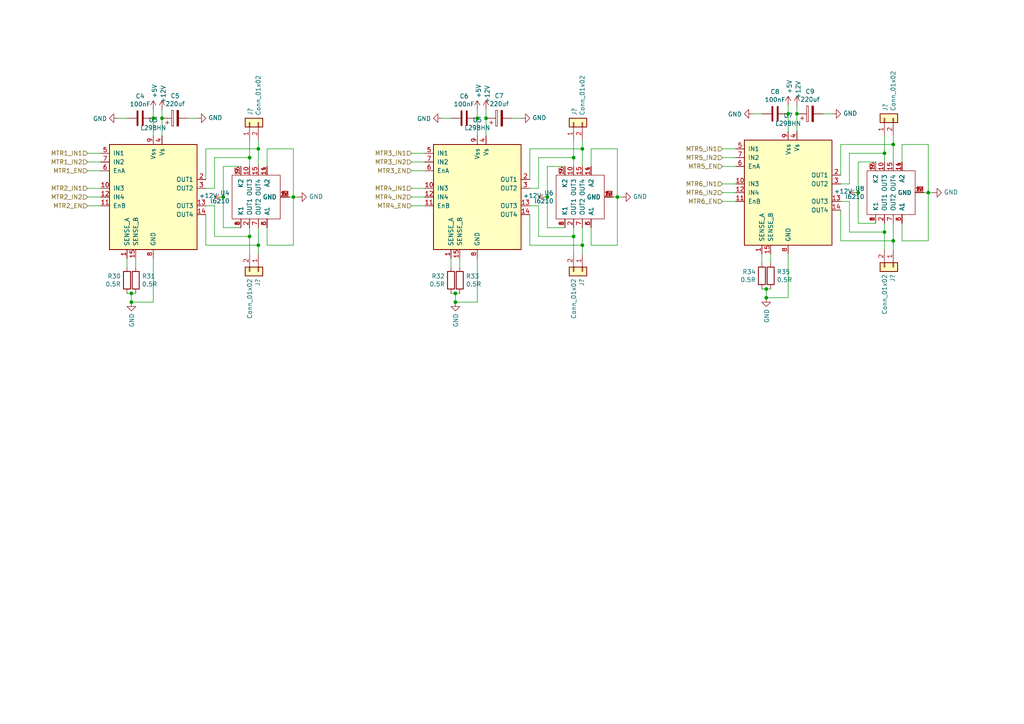
<source format=kicad_sch>
(kicad_sch (version 20230121) (generator eeschema)
  (paper "A4")
  (lib_symbols
    (symbol "power_board-rescue:+12V-power" (power) (pin_names (offset 0))
      (property "Value" "+12V-power" (at 0 3.556 0))
      (symbol "+12V-power_0_1"
        (polyline (pts (xy -0.762 1.27) (xy 0 2.54)))
        (polyline (pts (xy 0 0) (xy 0 2.54)))
        (polyline (pts (xy 0 2.54) (xy 0.762 1.27)))
      )
      (symbol "+12V-power_1_1"
        (pin power_in line (at 0 0 90) (length 0) hide (name "+12V") (number "1"))
      )
    )
    (symbol "power_board-rescue:+5V-power" (power) (pin_names (offset 0))
      (property "Value" "+5V-power" (at 0 3.556 0))
      (symbol "+5V-power_0_1"
        (polyline (pts (xy -0.762 1.27) (xy 0 2.54)))
        (polyline (pts (xy 0 0) (xy 0 2.54)))
        (polyline (pts (xy 0 2.54) (xy 0.762 1.27)))
      )
      (symbol "+5V-power_1_1"
        (pin power_in line (at 0 0 90) (length 0) hide (name "+5V") (number "1"))
      )
    )
    (symbol "power_board-rescue:C-Device" (pin_numbers hide) (pin_names (offset 0.254))
      (property "Reference" "C" (at 0.635 2.54 0))
      (property "Value" "Device_C" (at 0.635 -2.54 0))
      (symbol "C-Device_0_1"
        (polyline (pts (xy -2.032 -0.762) (xy 2.032 -0.762)) (stroke (width 0.508)))
        (polyline (pts (xy -2.032 0.762) (xy 2.032 0.762)) (stroke (width 0.508)))
      )
      (symbol "C-Device_1_1"
        (pin passive line (at 0 3.81 270) (length 2.794) (name "~") (number "1"))
        (pin passive line (at 0 -3.81 90) (length 2.794) (name "~") (number "2"))
      )
    )
    (symbol "power_board-rescue:C_Polarized-Device" (pin_numbers hide) (pin_names (offset 0.254))
      (property "Reference" "C" (at 0.635 2.54 0))
      (property "Value" "Device_C_Polarized" (at 0.635 -2.54 0))
      (symbol "C_Polarized-Device_0_1"
        (rectangle (start -2.286 0.508) (end 2.286 1.016))
        (polyline (pts (xy -1.778 2.286) (xy -0.762 2.286)))
        (polyline (pts (xy -1.27 2.794) (xy -1.27 1.778)))
        (rectangle (start 2.286 -0.508) (end -2.286 -1.016) (fill (type outline)))
      )
      (symbol "C_Polarized-Device_1_1"
        (pin passive line (at 0 3.81 270) (length 2.794) (name "~") (number "1"))
        (pin passive line (at 0 -3.81 90) (length 2.794) (name "~") (number "2"))
      )
    )
    (symbol "power_board-rescue:Conn_01x02-Connector_Generic" (pin_names (offset 1.016) hide)
      (property "Reference" "J" (at 0 2.54 0))
      (property "Value" "Connector_Generic_Conn_01x02" (at 0 -5.08 0))
      (symbol "Conn_01x02-Connector_Generic_1_1"
        (rectangle (start -1.27 -2.413) (end 0 -2.667) (stroke (width 0.1524)))
        (rectangle (start -1.27 0.127) (end 0 -0.127) (stroke (width 0.1524)))
        (rectangle (start -1.27 1.27) (end 1.27 -3.81) (stroke (width 0.254)) (fill (type background)))
        (pin passive line (at -5.08 0 0) (length 3.81) (name "Pin_1") (number "1"))
        (pin passive line (at -5.08 -2.54 0) (length 3.81) (name "Pin_2") (number "2"))
      )
    )
    (symbol "power_board-rescue:GND-power" (power) (pin_names (offset 0))
      (property "Value" "GND-power" (at 0 -3.81 0))
      (symbol "GND-power_0_1"
        (polyline (pts (xy 0 0) (xy 0 -1.27) (xy 1.27 -1.27) (xy 0 -2.54) (xy -1.27 -1.27) (xy 0 -1.27)))
      )
      (symbol "GND-power_1_1"
        (pin power_in line (at 0 0 270) (length 0) hide (name "GND") (number "1"))
      )
    )
    (symbol "power_board-rescue:L298HN-Driver_Motor" (pin_names (offset 1.016))
      (property "Reference" "U" (at -10.16 16.51 0))
      (property "Value" "Driver_Motor_L298HN" (at 12.7 16.51 0))
      (symbol "L298HN-Driver_Motor_0_1"
        (rectangle (start -12.7 15.24) (end 12.7 -15.24) (stroke (width 0.254)) (fill (type background)))
      )
      (symbol "L298HN-Driver_Motor_1_1"
        (pin power_in line (at -7.62 -17.78 90) (length 2.54) (name "SENSE_A") (number "1"))
        (pin input line (at -15.24 2.54 0) (length 2.54) (name "IN3") (number "10"))
        (pin input line (at -15.24 -2.54 0) (length 2.54) (name "EnB") (number "11"))
        (pin input line (at -15.24 0 0) (length 2.54) (name "IN4") (number "12"))
        (pin output line (at 15.24 -2.54 180) (length 2.54) (name "OUT3") (number "13"))
        (pin output line (at 15.24 -5.08 180) (length 2.54) (name "OUT4") (number "14"))
        (pin power_in line (at -5.08 -17.78 90) (length 2.54) (name "SENSE_B") (number "15"))
        (pin output line (at 15.24 5.08 180) (length 2.54) (name "OUT1") (number "2"))
        (pin output line (at 15.24 2.54 180) (length 2.54) (name "OUT2") (number "3"))
        (pin power_in line (at 2.54 17.78 270) (length 2.54) (name "Vs") (number "4"))
        (pin input line (at -15.24 12.7 0) (length 2.54) (name "IN1") (number "5"))
        (pin input line (at -15.24 7.62 0) (length 2.54) (name "EnA") (number "6"))
        (pin input line (at -15.24 10.16 0) (length 2.54) (name "IN2") (number "7"))
        (pin power_in line (at 0 -17.78 90) (length 2.54) (name "GND") (number "8"))
        (pin power_in line (at 0 17.78 270) (length 2.54) (name "Vss") (number "9"))
      )
    )
    (symbol "power_board-rescue:R-Device" (pin_numbers hide) (pin_names (offset 0))
      (property "Reference" "R" (at 2.032 0 90))
      (property "Value" "Device_R" (at 0 0 90))
      (symbol "R-Device_0_1"
        (rectangle (start -1.016 -2.54) (end 1.016 2.54) (stroke (width 0.254)))
      )
      (symbol "R-Device_1_1"
        (pin passive line (at 0 3.81 270) (length 1.27) (name "~") (number "1"))
        (pin passive line (at 0 -3.81 90) (length 1.27) (name "~") (number "2"))
      )
    )
    (symbol "power_board-rescue:l6210-Diode_Bridge" (pin_names (offset 1.016))
      (property "Reference" "U" (at 0 7.62 0))
      (property "Value" "Diode_Bridge_l6210" (at 0 10.16 0))
      (symbol "l6210-Diode_Bridge_0_1"
        (rectangle (start -6.35 6.35) (end 6.35 -7.62))
      )
      (symbol "l6210-Diode_Bridge_1_1"
        (pin input line (at -8.89 3.81 0) (length 2.54) (name "K1") (number "1"))
        (pin input line (at 8.89 1.27 180) (length 2.54) (name "OUT3") (number "10"))
        (pin input line (at 8.89 -3.81 180) (length 2.54) (name "A2") (number "11"))
        (pin input line (at 0 -10.16 90) (length 2.54) (name "GND") (number "12"))
        (pin input line (at 0 -10.16 90) (length 2.54) (name "GND") (number "13"))
        (pin input line (at 8.89 -3.81 180) (length 2.54) (name "A2") (number "14"))
        (pin input line (at 8.89 -1.27 180) (length 2.54) (name "OUT4") (number "15"))
        (pin input line (at 8.89 3.81 180) (length 2.54) (name "K2") (number "16"))
        (pin input line (at -8.89 1.27 0) (length 2.54) (name "OUT1") (number "2"))
        (pin input line (at -8.89 -3.81 0) (length 2.54) (name "A1") (number "3"))
        (pin input line (at 0 -10.16 90) (length 2.54) (name "GND") (number "4"))
        (pin input line (at 0 -10.16 90) (length 2.54) (name "GND") (number "5"))
        (pin input line (at -8.89 -3.81 0) (length 2.54) (name "A1") (number "6"))
        (pin input line (at -8.89 -1.27 0) (length 2.54) (name "OUT2") (number "7"))
        (pin input line (at -8.89 3.81 0) (length 2.54) (name "K1") (number "8"))
        (pin input line (at 8.89 3.81 180) (length 2.54) (name "K2") (number "9"))
      )
    )
  )
  (junction (at 74.93 43.18))
  (junction (at 248.92 55.88))
  (junction (at 132.08 85.09))
  (junction (at 85.09 57.15))
  (junction (at 38.1 87.63))
  (junction (at 179.07 57.15))
  (junction (at 64.77 57.15))
  (junction (at 46.99 34.29))
  (junction (at 222.25 83.82))
  (junction (at 256.54 67.31))
  (junction (at 158.75 57.15))
  (junction (at 269.24 55.88))
  (junction (at 74.93 71.12))
  (junction (at 140.97 34.29))
  (junction (at 72.39 68.58))
  (junction (at 256.54 44.45))
  (junction (at 44.45 34.29))
  (junction (at 228.6 33.02))
  (junction (at 138.43 34.29))
  (junction (at 222.25 86.36))
  (junction (at 259.08 69.85))
  (junction (at 72.39 45.72))
  (junction (at 168.91 43.18))
  (junction (at 166.37 45.72))
  (junction (at 168.91 71.12))
  (junction (at 259.08 41.91))
  (junction (at 166.37 68.58))
  (junction (at 38.1 85.09))
  (junction (at 132.08 87.63))
  (junction (at 231.14 33.02))
  (wire (pts (xy 138.43 34.29) (xy 138.43 31.75)))
  (wire (pts (xy 243.84 53.34) (xy 246.38 53.34)))
  (wire (pts (xy 168.91 71.12) (xy 168.91 66.04)))
  (wire (pts (xy 74.93 71.12) (xy 74.93 73.66)))
  (wire (pts (xy 123.19 46.99) (xy 119.38 46.99)))
  (wire (pts (xy 25.4 59.69) (xy 29.21 59.69)))
  (wire (pts (xy 261.62 64.77) (xy 261.62 69.85)))
  (wire (pts (xy 59.69 71.12) (xy 74.93 71.12)))
  (wire (pts (xy 44.45 87.63) (xy 44.45 74.93)))
  (wire (pts (xy 156.21 54.61) (xy 156.21 45.72)))
  (wire (pts (xy 166.37 45.72) (xy 166.37 40.64)))
  (wire (pts (xy 153.67 59.69) (xy 156.21 59.69)))
  (wire (pts (xy 243.84 69.85) (xy 243.84 60.96)))
  (wire (pts (xy 77.47 66.04) (xy 77.47 71.12)))
  (wire (pts (xy 171.45 48.26) (xy 171.45 43.18)))
  (wire (pts (xy 74.93 43.18) (xy 74.93 40.64)))
  (wire (pts (xy 158.75 48.26) (xy 163.83 48.26)))
  (wire (pts (xy 44.45 39.37) (xy 44.45 34.29)))
  (wire (pts (xy 246.38 44.45) (xy 256.54 44.45)))
  (wire (pts (xy 72.39 45.72) (xy 72.39 48.26)))
  (wire (pts (xy 85.09 43.18) (xy 85.09 57.15)))
  (wire (pts (xy 213.36 55.88) (xy 209.55 55.88)))
  (wire (pts (xy 213.36 53.34) (xy 209.55 53.34)))
  (wire (pts (xy 246.38 58.42) (xy 246.38 67.31)))
  (wire (pts (xy 156.21 59.69) (xy 156.21 68.58)))
  (wire (pts (xy 77.47 48.26) (xy 77.47 43.18)))
  (wire (pts (xy 74.93 43.18) (xy 74.93 48.26)))
  (wire (pts (xy 223.52 73.66) (xy 223.52 76.2)))
  (wire (pts (xy 69.85 66.04) (xy 64.77 66.04)))
  (wire (pts (xy 123.19 44.45) (xy 119.38 44.45)))
  (wire (pts (xy 213.36 58.42) (xy 209.55 58.42)))
  (wire (pts (xy 25.4 46.99) (xy 29.21 46.99)))
  (wire (pts (xy 59.69 62.23) (xy 59.69 71.12)))
  (wire (pts (xy 269.24 69.85) (xy 269.24 55.88)))
  (wire (pts (xy 77.47 43.18) (xy 85.09 43.18)))
  (wire (pts (xy 46.99 34.29) (xy 46.99 39.37)))
  (wire (pts (xy 77.47 71.12) (xy 85.09 71.12)))
  (wire (pts (xy 130.81 74.93) (xy 130.81 77.47)))
  (wire (pts (xy 171.45 71.12) (xy 179.07 71.12)))
  (wire (pts (xy 138.43 87.63) (xy 138.43 74.93)))
  (wire (pts (xy 246.38 53.34) (xy 246.38 44.45)))
  (wire (pts (xy 64.77 57.15) (xy 64.77 48.26)))
  (wire (pts (xy 25.4 54.61) (xy 29.21 54.61)))
  (wire (pts (xy 166.37 68.58) (xy 166.37 73.66)))
  (wire (pts (xy 180.34 57.15) (xy 179.07 57.15)))
  (wire (pts (xy 259.08 41.91) (xy 259.08 39.37)))
  (wire (pts (xy 261.62 46.99) (xy 261.62 41.91)))
  (wire (pts (xy 64.77 66.04) (xy 64.77 57.15)))
  (wire (pts (xy 72.39 45.72) (xy 72.39 40.64)))
  (wire (pts (xy 228.6 33.02) (xy 228.6 30.48)))
  (wire (pts (xy 256.54 44.45) (xy 256.54 39.37)))
  (wire (pts (xy 259.08 69.85) (xy 259.08 72.39)))
  (wire (pts (xy 64.77 48.26) (xy 69.85 48.26)))
  (wire (pts (xy 151.13 34.29) (xy 148.59 34.29)))
  (wire (pts (xy 256.54 44.45) (xy 256.54 46.99)))
  (wire (pts (xy 133.35 74.93) (xy 133.35 77.47)))
  (wire (pts (xy 38.1 87.63) (xy 38.1 85.09)))
  (wire (pts (xy 38.1 85.09) (xy 39.37 85.09)))
  (wire (pts (xy 140.97 34.29) (xy 140.97 39.37)))
  (wire (pts (xy 62.23 54.61) (xy 62.23 45.72)))
  (wire (pts (xy 222.25 86.36) (xy 228.6 86.36)))
  (wire (pts (xy 36.83 74.93) (xy 36.83 77.47)))
  (wire (pts (xy 36.83 85.09) (xy 38.1 85.09)))
  (wire (pts (xy 85.09 71.12) (xy 85.09 57.15)))
  (wire (pts (xy 168.91 43.18) (xy 168.91 40.64)))
  (wire (pts (xy 123.19 54.61) (xy 119.38 54.61)))
  (wire (pts (xy 228.6 38.1) (xy 228.6 33.02)))
  (wire (pts (xy 166.37 68.58) (xy 166.37 66.04)))
  (wire (pts (xy 259.08 41.91) (xy 259.08 46.99)))
  (wire (pts (xy 179.07 43.18) (xy 179.07 57.15)))
  (wire (pts (xy 59.69 43.18) (xy 74.93 43.18)))
  (wire (pts (xy 243.84 41.91) (xy 243.84 50.8)))
  (wire (pts (xy 46.99 31.75) (xy 46.99 34.29)))
  (wire (pts (xy 259.08 69.85) (xy 259.08 64.77)))
  (wire (pts (xy 62.23 59.69) (xy 62.23 68.58)))
  (wire (pts (xy 72.39 68.58) (xy 72.39 73.66)))
  (wire (pts (xy 254 64.77) (xy 248.92 64.77)))
  (wire (pts (xy 62.23 45.72) (xy 72.39 45.72)))
  (wire (pts (xy 130.81 85.09) (xy 132.08 85.09)))
  (wire (pts (xy 44.45 34.29) (xy 44.45 31.75)))
  (wire (pts (xy 86.36 57.15) (xy 85.09 57.15)))
  (wire (pts (xy 36.83 34.29) (xy 34.29 34.29)))
  (wire (pts (xy 166.37 45.72) (xy 166.37 48.26)))
  (wire (pts (xy 123.19 59.69) (xy 119.38 59.69)))
  (wire (pts (xy 153.67 54.61) (xy 156.21 54.61)))
  (wire (pts (xy 179.07 57.15) (xy 177.8 57.15)))
  (wire (pts (xy 59.69 52.07) (xy 59.69 43.18)))
  (wire (pts (xy 59.69 59.69) (xy 62.23 59.69)))
  (wire (pts (xy 213.36 45.72) (xy 209.55 45.72)))
  (wire (pts (xy 85.09 57.15) (xy 83.82 57.15)))
  (wire (pts (xy 256.54 67.31) (xy 256.54 72.39)))
  (wire (pts (xy 213.36 48.26) (xy 209.55 48.26)))
  (wire (pts (xy 269.24 41.91) (xy 269.24 55.88)))
  (wire (pts (xy 59.69 54.61) (xy 62.23 54.61)))
  (wire (pts (xy 213.36 43.18) (xy 209.55 43.18)))
  (wire (pts (xy 123.19 57.15) (xy 119.38 57.15)))
  (wire (pts (xy 220.98 83.82) (xy 222.25 83.82)))
  (wire (pts (xy 171.45 66.04) (xy 171.45 71.12)))
  (wire (pts (xy 163.83 66.04) (xy 158.75 66.04)))
  (wire (pts (xy 156.21 45.72) (xy 166.37 45.72)))
  (wire (pts (xy 25.4 49.53) (xy 29.21 49.53)))
  (wire (pts (xy 220.98 33.02) (xy 218.44 33.02)))
  (wire (pts (xy 231.14 30.48) (xy 231.14 33.02)))
  (wire (pts (xy 261.62 69.85) (xy 269.24 69.85)))
  (wire (pts (xy 153.67 43.18) (xy 168.91 43.18)))
  (wire (pts (xy 153.67 71.12) (xy 168.91 71.12)))
  (wire (pts (xy 270.51 55.88) (xy 269.24 55.88)))
  (wire (pts (xy 123.19 49.53) (xy 119.38 49.53)))
  (wire (pts (xy 25.4 44.45) (xy 29.21 44.45)))
  (wire (pts (xy 222.25 86.36) (xy 222.25 83.82)))
  (wire (pts (xy 231.14 33.02) (xy 231.14 38.1)))
  (wire (pts (xy 153.67 43.18) (xy 153.67 52.07)))
  (wire (pts (xy 138.43 39.37) (xy 138.43 34.29)))
  (wire (pts (xy 153.67 71.12) (xy 153.67 62.23)))
  (wire (pts (xy 248.92 64.77) (xy 248.92 55.88)))
  (wire (pts (xy 132.08 87.63) (xy 132.08 85.09)))
  (wire (pts (xy 179.07 71.12) (xy 179.07 57.15)))
  (wire (pts (xy 243.84 69.85) (xy 259.08 69.85)))
  (wire (pts (xy 158.75 57.15) (xy 158.75 48.26)))
  (wire (pts (xy 243.84 58.42) (xy 246.38 58.42)))
  (wire (pts (xy 74.93 71.12) (xy 74.93 66.04)))
  (wire (pts (xy 269.24 55.88) (xy 267.97 55.88)))
  (wire (pts (xy 57.15 34.29) (xy 54.61 34.29)))
  (wire (pts (xy 132.08 85.09) (xy 133.35 85.09)))
  (wire (pts (xy 72.39 68.58) (xy 72.39 66.04)))
  (wire (pts (xy 140.97 31.75) (xy 140.97 34.29)))
  (wire (pts (xy 62.23 68.58) (xy 72.39 68.58)))
  (wire (pts (xy 261.62 41.91) (xy 269.24 41.91)))
  (wire (pts (xy 25.4 57.15) (xy 29.21 57.15)))
  (wire (pts (xy 256.54 67.31) (xy 256.54 64.77)))
  (wire (pts (xy 38.1 87.63) (xy 44.45 87.63)))
  (wire (pts (xy 39.37 74.93) (xy 39.37 77.47)))
  (wire (pts (xy 228.6 86.36) (xy 228.6 73.66)))
  (wire (pts (xy 222.25 83.82) (xy 223.52 83.82)))
  (wire (pts (xy 220.98 73.66) (xy 220.98 76.2)))
  (wire (pts (xy 132.08 87.63) (xy 138.43 87.63)))
  (wire (pts (xy 158.75 66.04) (xy 158.75 57.15)))
  (wire (pts (xy 168.91 43.18) (xy 168.91 48.26)))
  (wire (pts (xy 248.92 55.88) (xy 248.92 46.99)))
  (wire (pts (xy 171.45 43.18) (xy 179.07 43.18)))
  (wire (pts (xy 248.92 46.99) (xy 254 46.99)))
  (wire (pts (xy 130.81 34.29) (xy 128.27 34.29)))
  (wire (pts (xy 243.84 41.91) (xy 259.08 41.91)))
  (wire (pts (xy 156.21 68.58) (xy 166.37 68.58)))
  (wire (pts (xy 168.91 71.12) (xy 168.91 73.66)))
  (wire (pts (xy 241.3 33.02) (xy 238.76 33.02)))
  (wire (pts (xy 246.38 67.31) (xy 256.54 67.31)))
  (hierarchical_label "MTR3_IN1" (shape input) (at 119.38 44.45 180))
  (hierarchical_label "MTR2_IN2" (shape input) (at 25.4 57.15 180))
  (hierarchical_label "MTR6_EN" (shape input) (at 209.55 58.42 180))
  (hierarchical_label "MTR4_IN2" (shape input) (at 119.38 57.15 180))
  (hierarchical_label "MTR3_IN2" (shape input) (at 119.38 46.99 180))
  (hierarchical_label "MTR1_IN1" (shape input) (at 25.4 44.45 180))
  (hierarchical_label "MTR5_EN" (shape input) (at 209.55 48.26 180))
  (hierarchical_label "MTR4_EN" (shape input) (at 119.38 59.69 180))
  (hierarchical_label "MTR1_EN" (shape input) (at 25.4 49.53 180))
  (hierarchical_label "MTR1_IN2" (shape input) (at 25.4 46.99 180))
  (hierarchical_label "MTR4_IN1" (shape input) (at 119.38 54.61 180))
  (hierarchical_label "MTR5_IN2" (shape input) (at 209.55 45.72 180))
  (hierarchical_label "MTR3_EN" (shape input) (at 119.38 49.53 180))
  (hierarchical_label "MTR5_IN1" (shape input) (at 209.55 43.18 180))
  (hierarchical_label "MTR6_IN2" (shape input) (at 209.55 55.88 180))
  (hierarchical_label "MTR6_IN1" (shape input) (at 209.55 53.34 180))
  (hierarchical_label "MTR2_IN1" (shape input) (at 25.4 54.61 180))
  (hierarchical_label "MTR2_EN" (shape input) (at 25.4 59.69 180))
  (symbol (lib_id "power_board-rescue:+5V-power") (at 44.45 31.75 0) (unit 1)
    (property "Reference" "#PWR059" (effects hide))
    (property "Value" "+5V" (at 44.831 28.4988 90) (effects (justify left)))
  )
  (symbol (lib_id "power_board-rescue:GND-power") (at 34.29 34.29 270) (unit 1)
    (property "Reference" "#PWR057" (effects hide))
    (property "Value" "GND" (at 31.0388 34.417 90) (effects (justify right)))
  )
  (symbol (lib_id "power_board-rescue:GND-power") (at 38.1 87.63 0) (unit 1)
    (property "Reference" "#PWR058" (effects hide))
    (property "Value" "GND" (at 38.227 90.8812 90) (effects (justify right)))
  )
  (symbol (lib_id "power_board-rescue:+12V-power") (at 46.99 31.75 0) (unit 1)
    (property "Reference" "#PWR060" (effects hide))
    (property "Value" "+12V" (at 47.371 27.3558 90))
  )
  (symbol (lib_id "power_board-rescue:GND-power") (at 57.15 34.29 90) (unit 1)
    (property "Reference" "#PWR061" (effects hide))
    (property "Value" "GND" (at 60.4012 34.163 90) (effects (justify right)))
  )
  (symbol (lib_id "power_board-rescue:Conn_01x02-Connector_Generic") (at 72.39 35.56 90) (unit 1)
    (property "Reference" "J?" (at 72.5932 33.528 0) (effects (justify left)))
    (property "Value" "Conn_01x02" (at 74.9046 33.528 0) (effects (justify left)))
    (property "Footprint" "Connector_Molex:Molex_Micro-Fit_3.0_43045-0212_2x01_P3.00mm_Vertical" (effects hide))
    (property "manf#" "43045-0212" (effects hide))
    (instances (project "power_board" (path "" (reference "J?") (unit 1)) (path "" (reference "J?") (unit 1)) (path "" (reference "J25") (unit 1))))
  )
  (symbol (lib_id "power_board-rescue:C-Device") (at 40.64 34.29 270) (unit 1)
    (property "Reference" "C4" (at 40.64 27.8892 90))
    (property "Value" "100nF" (at 40.64 30.2006 90))
    (property "Footprint" "lsts_passives:C_0603" (effects hide))
    (property "manf#" "EMK107B7104KAHT" (effects hide))
  )
  (symbol (lib_id "power_board-rescue:R-Device") (at 36.83 81.28 0) (unit 1)
    (property "Reference" "R30" (at 35.0774 80.1116 0) (effects (justify right)))
    (property "Value" "0.5R" (at 35.0774 82.423 0) (effects (justify right)))
    (property "Footprint" "lsts_passives:R_0805" (effects hide))
    (property "manf#" "CRCW060310K0JNEBC" (effects hide))
  )
  (symbol (lib_id "power_board-rescue:Conn_01x02-Connector_Generic") (at 74.93 78.74 270) (unit 1)
    (property "Reference" "J?" (at 74.7268 80.772 0) (effects (justify left)))
    (property "Value" "Conn_01x02" (at 72.4154 80.772 0) (effects (justify left)))
    (property "Footprint" "Connector_Molex:Molex_Micro-Fit_3.0_43045-0212_2x01_P3.00mm_Vertical" (effects hide))
    (property "manf#" "43045-0212" (effects hide))
    (instances (project "power_board" (path "" (reference "J?") (unit 1)) (path "" (reference "J?") (unit 1)) (path "" (reference "J26") (unit 1))))
  )
  (symbol (lib_id "power_board-rescue:Conn_01x02-Connector_Generic") (at 166.37 35.56 90) (unit 1)
    (property "Reference" "J?" (at 166.5732 33.528 0) (effects (justify left)))
    (property "Value" "Conn_01x02" (at 168.8846 33.528 0) (effects (justify left)))
    (property "Footprint" "Connector_Molex:Molex_Micro-Fit_3.0_43045-0212_2x01_P3.00mm_Vertical" (effects hide))
    (property "manf#" "43045-0212" (effects hide))
    (instances (project "power_board" (path "" (reference "J?") (unit 1)) (path "" (reference "J?") (unit 1)) (path "" (reference "J27") (unit 1))))
  )
  (symbol (lib_id "power_board-rescue:Conn_01x02-Connector_Generic") (at 168.91 78.74 270) (unit 1)
    (property "Reference" "J?" (at 168.7068 80.772 0) (effects (justify left)))
    (property "Value" "Conn_01x02" (at 166.3954 80.772 0) (effects (justify left)))
    (property "Footprint" "Connector_Molex:Molex_Micro-Fit_3.0_43045-0212_2x01_P3.00mm_Vertical" (effects hide))
    (property "manf#" "43045-0212" (effects hide))
    (instances (project "power_board" (path "" (reference "J?") (unit 1)) (path "" (reference "J?") (unit 1)) (path "" (reference "J28") (unit 1))))
  )
  (symbol (lib_id "power_board-rescue:Conn_01x02-Connector_Generic") (at 256.54 34.29 90) (unit 1)
    (property "Reference" "J?" (at 256.7432 32.258 0) (effects (justify left)))
    (property "Value" "Conn_01x02" (at 259.0546 32.258 0) (effects (justify left)))
    (property "Footprint" "Connector_Molex:Molex_Micro-Fit_3.0_43045-0212_2x01_P3.00mm_Vertical" (effects hide))
    (property "manf#" "43045-0212" (effects hide))
    (instances (project "power_board" (path "" (reference "J?") (unit 1)) (path "" (reference "J?") (unit 1)) (path "" (reference "J29") (unit 1))))
  )
  (symbol (lib_id "power_board-rescue:Conn_01x02-Connector_Generic") (at 259.08 77.47 270) (unit 1)
    (property "Reference" "J?" (at 258.8768 79.502 0) (effects (justify left)))
    (property "Value" "Conn_01x02" (at 256.5654 79.502 0) (effects (justify left)))
    (property "Footprint" "Connector_Molex:Molex_Micro-Fit_3.0_43045-0212_2x01_P3.00mm_Vertical" (effects hide))
    (property "manf#" "43045-0212" (effects hide))
    (instances (project "power_board" (path "" (reference "J?") (unit 1)) (path "" (reference "J?") (unit 1)) (path "" (reference "J30") (unit 1))))
  )
  (symbol (lib_id "power_board-rescue:L298HN-Driver_Motor") (at 44.45 57.15 0) (unit 1)
    (property "Reference" "U3" (at 44.45 34.7726 0))
    (property "Value" "L298HN" (at 44.45 37.084 0))
    (property "Footprint" "Package_TO_SOT_THT:TO-220-15_P2.54x2.54mm_StaggerOdd_Lead4.58mm_Vertical" (effects hide))
    (property "Datasheet" "http://www.st.com/st-web-ui/static/active/en/resource/technical/document/datasheet/CD00000240.pdf" (effects hide))
  )
  (symbol (lib_id "power_board-rescue:R-Device") (at 39.37 81.28 0) (unit 1)
    (property "Reference" "R31" (at 41.148 80.1116 0) (effects (justify left)))
    (property "Value" "0.5R" (at 41.148 82.423 0) (effects (justify left)))
    (property "Footprint" "lsts_passives:R_0805" (effects hide))
    (property "manf#" "CRCW060310K0JNEBC" (effects hide))
  )
  (symbol (lib_id "power_board-rescue:C-Device") (at 134.62 34.29 270) (unit 1)
    (property "Reference" "C6" (at 134.62 27.8892 90))
    (property "Value" "100nF" (at 134.62 30.2006 90))
    (property "Footprint" "lsts_passives:C_0603" (effects hide))
    (property "manf#" "EMK107B7104KAHT" (effects hide))
  )
  (symbol (lib_id "power_board-rescue:R-Device") (at 130.81 81.28 0) (unit 1)
    (property "Reference" "R32" (at 129.0574 80.1116 0) (effects (justify right)))
    (property "Value" "0.5R" (at 129.0574 82.423 0) (effects (justify right)))
    (property "Footprint" "lsts_passives:R_0805" (effects hide))
    (property "manf#" "CRCW060310K0JNEBC" (effects hide))
  )
  (symbol (lib_id "power_board-rescue:+5V-power") (at 138.43 31.75 0) (unit 1)
    (property "Reference" "#PWR066" (effects hide))
    (property "Value" "+5V" (at 138.811 28.4988 90) (effects (justify left)))
  )
  (symbol (lib_id "power_board-rescue:GND-power") (at 128.27 34.29 270) (unit 1)
    (property "Reference" "#PWR064" (effects hide))
    (property "Value" "GND" (at 125.0188 34.417 90) (effects (justify right)))
  )
  (symbol (lib_id "power_board-rescue:GND-power") (at 132.08 87.63 0) (unit 1)
    (property "Reference" "#PWR065" (effects hide))
    (property "Value" "GND" (at 132.207 90.8812 90) (effects (justify right)))
  )
  (symbol (lib_id "power_board-rescue:+12V-power") (at 140.97 31.75 0) (unit 1)
    (property "Reference" "#PWR067" (effects hide))
    (property "Value" "+12V" (at 141.351 27.3558 90))
  )
  (symbol (lib_id "power_board-rescue:GND-power") (at 151.13 34.29 90) (unit 1)
    (property "Reference" "#PWR068" (effects hide))
    (property "Value" "GND" (at 154.3812 34.163 90) (effects (justify right)))
  )
  (symbol (lib_id "power_board-rescue:L298HN-Driver_Motor") (at 138.43 57.15 0) (unit 1)
    (property "Reference" "U5" (at 138.43 34.7726 0))
    (property "Value" "L298HN" (at 138.43 37.084 0))
    (property "Footprint" "Package_TO_SOT_THT:TO-220-15_P2.54x2.54mm_StaggerOdd_Lead4.58mm_Vertical" (effects hide))
    (property "Datasheet" "http://www.st.com/st-web-ui/static/active/en/resource/technical/document/datasheet/CD00000240.pdf" (effects hide))
  )
  (symbol (lib_id "power_board-rescue:R-Device") (at 133.35 81.28 0) (unit 1)
    (property "Reference" "R33" (at 135.128 80.1116 0) (effects (justify left)))
    (property "Value" "0.5R" (at 135.128 82.423 0) (effects (justify left)))
    (property "Footprint" "lsts_passives:R_0805" (effects hide))
    (property "manf#" "CRCW060310K0JNEBC" (effects hide))
  )
  (symbol (lib_id "power_board-rescue:C-Device") (at 224.79 33.02 270) (unit 1)
    (property "Reference" "C8" (at 224.79 26.6192 90))
    (property "Value" "100nF" (at 224.79 28.9306 90))
    (property "Footprint" "lsts_passives:C_0603" (effects hide))
    (property "manf#" "EMK107B7104KAHT" (effects hide))
  )
  (symbol (lib_id "power_board-rescue:R-Device") (at 220.98 80.01 0) (unit 1)
    (property "Reference" "R34" (at 219.2274 78.8416 0) (effects (justify right)))
    (property "Value" "0.5R" (at 219.2274 81.153 0) (effects (justify right)))
    (property "Footprint" "lsts_passives:R_0805" (effects hide))
    (property "manf#" "CRCW060310K0JNEBC" (effects hide))
  )
  (symbol (lib_id "power_board-rescue:+5V-power") (at 228.6 30.48 0) (unit 1)
    (property "Reference" "#PWR073" (effects hide))
    (property "Value" "+5V" (at 228.981 27.2288 90) (effects (justify left)))
  )
  (symbol (lib_id "power_board-rescue:GND-power") (at 218.44 33.02 270) (unit 1)
    (property "Reference" "#PWR071" (effects hide))
    (property "Value" "GND" (at 215.1888 33.147 90) (effects (justify right)))
  )
  (symbol (lib_id "power_board-rescue:GND-power") (at 222.25 86.36 0) (unit 1)
    (property "Reference" "#PWR072" (effects hide))
    (property "Value" "GND" (at 222.377 89.6112 90) (effects (justify right)))
  )
  (symbol (lib_id "power_board-rescue:+12V-power") (at 231.14 30.48 0) (unit 1)
    (property "Reference" "#PWR074" (effects hide))
    (property "Value" "+12V" (at 231.521 26.0858 90))
  )
  (symbol (lib_id "power_board-rescue:GND-power") (at 241.3 33.02 90) (unit 1)
    (property "Reference" "#PWR075" (effects hide))
    (property "Value" "GND" (at 244.5512 32.893 90) (effects (justify right)))
  )
  (symbol (lib_id "power_board-rescue:L298HN-Driver_Motor") (at 228.6 55.88 0) (unit 1)
    (property "Reference" "U7" (at 228.6 33.5026 0))
    (property "Value" "L298HN" (at 228.6 35.814 0))
    (property "Footprint" "Package_TO_SOT_THT:TO-220-15_P2.54x2.54mm_StaggerOdd_Lead4.58mm_Vertical" (effects hide))
    (property "Datasheet" "http://www.st.com/st-web-ui/static/active/en/resource/technical/document/datasheet/CD00000240.pdf" (effects hide))
  )
  (symbol (lib_id "power_board-rescue:R-Device") (at 223.52 80.01 0) (unit 1)
    (property "Reference" "R35" (at 225.298 78.8416 0) (effects (justify left)))
    (property "Value" "0.5R" (at 225.298 81.153 0) (effects (justify left)))
    (property "Footprint" "lsts_passives:R_0805" (effects hide))
    (property "manf#" "CRCW060310K0JNEBC" (effects hide))
  )
  (symbol (lib_id "power_board-rescue:l6210-Diode_Bridge") (at 73.66 57.15 90) (unit 1)
    (property "Reference" "U4" (at 66.6242 55.9816 90) (effects (justify left)))
    (property "Value" "l6210" (at 66.6242 58.293 90) (effects (justify left)))
    (property "Footprint" "Package_DIP:DIP-16_W7.62mm" (effects hide))
    (property "Datasheet" "https://www.st.com/resource/en/datasheet/cd00000091.pdf" (effects hide))
  )
  (symbol (lib_id "power_board-rescue:GND-power") (at 86.36 57.15 90) (unit 1)
    (property "Reference" "#PWR063" (effects hide))
    (property "Value" "GND" (at 89.6112 57.023 90) (effects (justify right)))
  )
  (symbol (lib_id "power_board-rescue:+12V-power") (at 64.77 57.15 90) (unit 1)
    (property "Reference" "#PWR062" (effects hide))
    (property "Value" "+12V" (at 60.3758 56.769 90))
  )
  (symbol (lib_id "power_board-rescue:l6210-Diode_Bridge") (at 167.64 57.15 90) (unit 1)
    (property "Reference" "U6" (at 160.6042 55.9816 90) (effects (justify left)))
    (property "Value" "l6210" (at 160.6042 58.293 90) (effects (justify left)))
    (property "Footprint" "Package_DIP:DIP-16_W7.62mm" (effects hide))
    (property "Datasheet" "https://www.st.com/resource/en/datasheet/cd00000091.pdf" (effects hide))
  )
  (symbol (lib_id "power_board-rescue:+12V-power") (at 158.75 57.15 90) (unit 1)
    (property "Reference" "#PWR069" (effects hide))
    (property "Value" "+12V" (at 154.3558 56.769 90))
  )
  (symbol (lib_id "power_board-rescue:GND-power") (at 180.34 57.15 90) (unit 1)
    (property "Reference" "#PWR070" (effects hide))
    (property "Value" "GND" (at 183.5912 57.023 90) (effects (justify right)))
  )
  (symbol (lib_id "power_board-rescue:l6210-Diode_Bridge") (at 257.81 55.88 90) (unit 1)
    (property "Reference" "U8" (at 250.7742 54.7116 90) (effects (justify left)))
    (property "Value" "l6210" (at 250.7742 57.023 90) (effects (justify left)))
    (property "Footprint" "Package_DIP:DIP-16_W7.62mm" (effects hide))
    (property "Datasheet" "https://www.st.com/resource/en/datasheet/cd00000091.pdf" (effects hide))
  )
  (symbol (lib_id "power_board-rescue:+12V-power") (at 248.92 55.88 90) (unit 1)
    (property "Reference" "#PWR076" (effects hide))
    (property "Value" "+12V" (at 244.5258 55.499 90))
  )
  (symbol (lib_id "power_board-rescue:GND-power") (at 270.51 55.88 90) (unit 1)
    (property "Reference" "#PWR077" (effects hide))
    (property "Value" "GND" (at 273.7612 55.753 90) (effects (justify right)))
  )
  (symbol (lib_id "power_board-rescue:C_Polarized-Device") (at 50.8 34.29 90) (unit 1)
    (property "Reference" "C5" (at 50.8 27.813 90))
    (property "Value" "220uf" (at 50.8 30.1244 90))
    (property "Footprint" "Capacitor_THT:CP_Radial_D10.0mm_P5.00mm" (effects hide))
    (property "Datasheet" "MAL213668221E3" (effects hide))
  )
  (symbol (lib_id "power_board-rescue:C_Polarized-Device") (at 144.78 34.29 90) (unit 1)
    (property "Reference" "C7" (at 144.78 27.813 90))
    (property "Value" "220uf" (at 144.78 30.1244 90))
    (property "Footprint" "Capacitor_THT:CP_Radial_D10.0mm_P5.00mm" (effects hide))
    (property "Datasheet" "MAL213668221E3" (effects hide))
  )
  (symbol (lib_id "power_board-rescue:C_Polarized-Device") (at 234.95 33.02 90) (unit 1)
    (property "Reference" "C9" (at 234.95 26.543 90))
    (property "Value" "220uf" (at 234.95 28.8544 90))
    (property "Footprint" "Capacitor_THT:CP_Radial_D10.0mm_P5.00mm" (effects hide))
    (property "Datasheet" "MAL213668221E3" (effects hide))
  )
)
</source>
